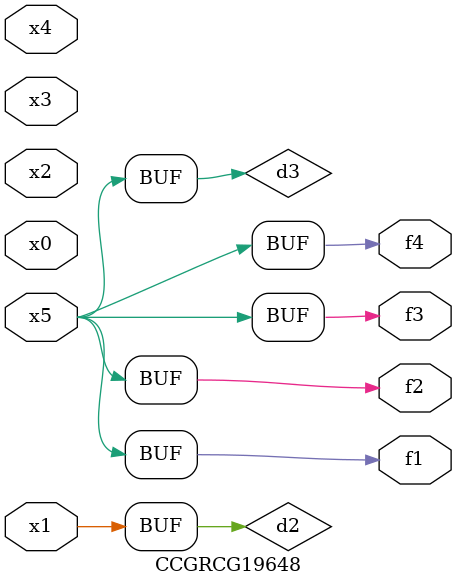
<source format=v>
module CCGRCG19648(
	input x0, x1, x2, x3, x4, x5,
	output f1, f2, f3, f4
);

	wire d1, d2, d3;

	not (d1, x5);
	or (d2, x1);
	xnor (d3, d1);
	assign f1 = d3;
	assign f2 = d3;
	assign f3 = d3;
	assign f4 = d3;
endmodule

</source>
